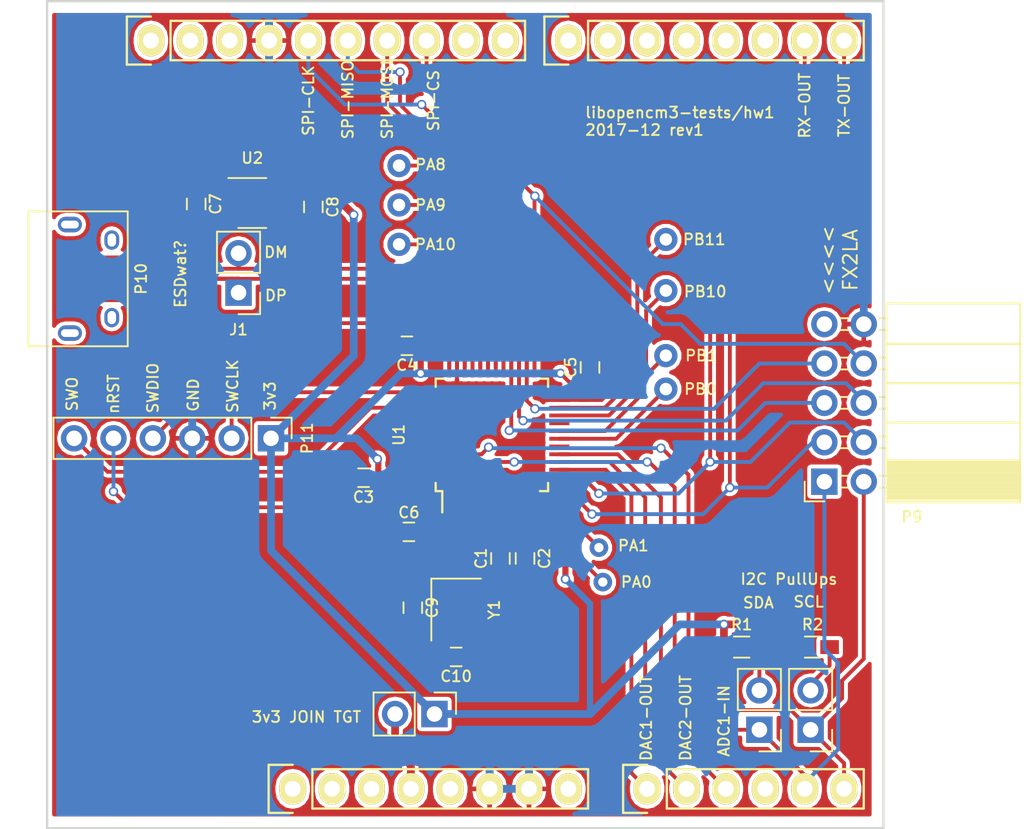
<source format=kicad_pcb>
(kicad_pcb (version 4) (host pcbnew 4.0.6)
  (title_block (title "libopencm3-test hardware") (date 2017-10-31) (rev 1))
  (layers (0 F.Cu signal) (31 B.Cu signal) (34 B.Paste user) (35 F.Paste user) (36 B.SilkS user) (37 F.SilkS user) (38 B.Mask user) (39 F.Mask user) (44 Edge.Cuts user))
  (net 0 "")
  (net 1 +5V)
  (net 2 GND)
  (net 3 +3V3)
  (net 4 /NRST)
  (net 5 /ADC_IN1)
  (net 6 /I2C_SDA)
  (net 7 /I2C_SCL)
  (net 8 /SPI_CS)
  (net 9 /SPI_MOSI)
  (net 10 /SPI_MISO)
  (net 11 /SPI_SCK)
  (net 12 /USB_DM)
  (net 13 /USB_DP)
  (net 14 "Net-(P10-Pad6)")
  (net 15 /SWCLK)
  (net 16 /SWDIO)
  (net 17 /SWO)
  (net 18 /DAC1_OUT)
  (net 19 /DAC2_OUT)
  (net 20 /UART_TX_OUT)
  (net 21 /UART_RX_OUT)
  (net 22 "Net-(JP1-Pad2)")
  (net 23 "Net-(JP2-Pad2)")
  (net 24 /VLCD)
  (net 25 "Net-(C9-Pad1)")
  (net 26 "Net-(C10-Pad1)")
  (net 27 "Net-(JP3-Pad2)")
  (net 28 "Net-(PA0-Pad1)")
  (net 29 "Net-(PA1-Pad1)")
  (net 30 "Net-(PA8-Pad1)")
  (net 31 "Net-(PA9-Pad1)")
  (net 32 "Net-(PA10-Pad1)")
  (net 33 "Net-(PB0-Pad1)")
  (net 34 "Net-(PB1-Pad1)")
  (net 35 "Net-(PB10-Pad1)")
  (net 36 "Net-(PB11-Pad1)")
  (module Socket_Arduino_Uno:Socket_Strip_Arduino_1x08 (layer F.Cu) (at 138.938 123.825)
    (fp_text reference P1 hide)
    (fp_text value Power)
    (pad 1 thru_hole oval (at 0 0) (size 1.7272 2.032) (drill 1.016) (layers *.Cu *.Mask F.SilkS))
    (pad 2 thru_hole oval (at 2.54 0) (size 1.7272 2.032) (drill 1.016) (layers *.Cu *.Mask F.SilkS))
    (pad 3 thru_hole oval (at 5.08 0) (size 1.7272 2.032) (drill 1.016) (layers *.Cu *.Mask F.SilkS))
    (pad 4 thru_hole oval (at 7.62 0) (size 1.7272 2.032) (drill 1.016) (layers *.Cu *.Mask F.SilkS) (net 27 "Net-(JP3-Pad2)"))
    (pad 5 thru_hole oval (at 10.16 0) (size 1.7272 2.032) (drill 1.016) (layers *.Cu *.Mask F.SilkS))
    (pad 6 thru_hole oval (at 12.7 0) (size 1.7272 2.032) (drill 1.016) (layers *.Cu *.Mask F.SilkS) (net 2 GND))
    (pad 7 thru_hole oval (at 15.24 0) (size 1.7272 2.032) (drill 1.016) (layers *.Cu *.Mask F.SilkS) (net 2 GND))
    (pad 8 thru_hole oval (at 17.78 0) (size 1.7272 2.032) (drill 1.016) (layers *.Cu *.Mask F.SilkS))
  )
  (module Socket_Arduino_Uno:Socket_Strip_Arduino_1x06 (layer F.Cu) (at 161.798 123.825)
    (fp_text reference P2 hide)
    (fp_text value Analog)
    (pad 1 thru_hole oval (at 0 0) (size 1.7272 2.032) (drill 1.016) (layers *.Cu *.Mask F.SilkS) (net 18 /DAC1_OUT))
    (pad 2 thru_hole oval (at 2.54 0) (size 1.7272 2.032) (drill 1.016) (layers *.Cu *.Mask F.SilkS) (net 19 /DAC2_OUT))
    (pad 3 thru_hole oval (at 5.08 0) (size 1.7272 2.032) (drill 1.016) (layers *.Cu *.Mask F.SilkS) (net 5 /ADC_IN1))
    (pad 4 thru_hole oval (at 7.62 0) (size 1.7272 2.032) (drill 1.016) (layers *.Cu *.Mask F.SilkS))
    (pad 5 thru_hole oval (at 10.16 0) (size 1.7272 2.032) (drill 1.016) (layers *.Cu *.Mask F.SilkS) (net 6 /I2C_SDA))
    (pad 6 thru_hole oval (at 12.7 0) (size 1.7272 2.032) (drill 1.016) (layers *.Cu *.Mask F.SilkS) (net 7 /I2C_SCL))
  )
  (module Socket_Arduino_Uno:Socket_Strip_Arduino_1x10 (layer F.Cu) (at 129.794 75.565)
    (fp_text reference P3 hide)
    (fp_text value Digital)
    (pad 1 thru_hole oval (at 0 0) (size 1.7272 2.032) (drill 1.016) (layers *.Cu *.Mask F.SilkS))
    (pad 2 thru_hole oval (at 2.54 0) (size 1.7272 2.032) (drill 1.016) (layers *.Cu *.Mask F.SilkS))
    (pad 3 thru_hole oval (at 5.08 0) (size 1.7272 2.032) (drill 1.016) (layers *.Cu *.Mask F.SilkS))
    (pad 4 thru_hole oval (at 7.62 0) (size 1.7272 2.032) (drill 1.016) (layers *.Cu *.Mask F.SilkS) (net 2 GND))
    (pad 5 thru_hole oval (at 10.16 0) (size 1.7272 2.032) (drill 1.016) (layers *.Cu *.Mask F.SilkS) (net 11 /SPI_SCK))
    (pad 6 thru_hole oval (at 12.7 0) (size 1.7272 2.032) (drill 1.016) (layers *.Cu *.Mask F.SilkS) (net 10 /SPI_MISO))
    (pad 7 thru_hole oval (at 15.24 0) (size 1.7272 2.032) (drill 1.016) (layers *.Cu *.Mask F.SilkS) (net 9 /SPI_MOSI))
    (pad 8 thru_hole oval (at 17.78 0) (size 1.7272 2.032) (drill 1.016) (layers *.Cu *.Mask F.SilkS) (net 8 /SPI_CS))
    (pad 9 thru_hole oval (at 20.32 0) (size 1.7272 2.032) (drill 1.016) (layers *.Cu *.Mask F.SilkS))
    (pad 10 thru_hole oval (at 22.86 0) (size 1.7272 2.032) (drill 1.016) (layers *.Cu *.Mask F.SilkS))
  )
  (module Socket_Arduino_Uno:Socket_Strip_Arduino_1x08 (layer F.Cu) (at 156.718 75.565)
    (fp_text reference P4 hide)
    (fp_text value Digital)
    (pad 1 thru_hole oval (at 0 0) (size 1.7272 2.032) (drill 1.016) (layers *.Cu *.Mask F.SilkS))
    (pad 2 thru_hole oval (at 2.54 0) (size 1.7272 2.032) (drill 1.016) (layers *.Cu *.Mask F.SilkS))
    (pad 3 thru_hole oval (at 5.08 0) (size 1.7272 2.032) (drill 1.016) (layers *.Cu *.Mask F.SilkS))
    (pad 4 thru_hole oval (at 7.62 0) (size 1.7272 2.032) (drill 1.016) (layers *.Cu *.Mask F.SilkS))
    (pad 5 thru_hole oval (at 10.16 0) (size 1.7272 2.032) (drill 1.016) (layers *.Cu *.Mask F.SilkS))
    (pad 6 thru_hole oval (at 12.7 0) (size 1.7272 2.032) (drill 1.016) (layers *.Cu *.Mask F.SilkS))
    (pad 7 thru_hole oval (at 15.24 0) (size 1.7272 2.032) (drill 1.016) (layers *.Cu *.Mask F.SilkS) (net 21 /UART_RX_OUT))
    (pad 8 thru_hole oval (at 17.78 0) (size 1.7272 2.032) (drill 1.016) (layers *.Cu *.Mask F.SilkS) (net 20 /UART_TX_OUT))
  )
  (module Capacitors_SMD:C_0603_HandSoldering (layer F.Cu) (at 152.3365 108.966 90)
    (fp_text reference C1 (at 0 -1.25 90) (layer F.SilkS) (effects (font (size 0.7 0.7) (thickness 0.12))))
    (fp_text value 100n)
    (pad 1 smd rect (at -0.95 0 90) (size 1.2 0.75) (layers F.Cu F.Paste F.Mask) (net 2 GND))
    (pad 2 smd rect (at 0.95 0 90) (size 1.2 0.75) (layers F.Cu F.Paste F.Mask) (net 4 /NRST))
  )
  (module Capacitors_SMD:C_0603_HandSoldering (layer F.Cu) (at 153.924 108.966 270)
    (fp_text reference C2 (at 0 -1.25 270) (layer F.SilkS) (effects (font (size 0.7 0.7) (thickness 0.12))))
    (fp_text value 100n)
    (pad 1 smd rect (at -0.95 0 270) (size 1.2 0.75) (layers F.Cu F.Paste F.Mask) (net 3 +3V3))
    (pad 2 smd rect (at 0.95 0 270) (size 1.2 0.75) (layers F.Cu F.Paste F.Mask) (net 2 GND))
  )
  (module Capacitors_SMD:C_0603_HandSoldering (layer F.Cu) (at 143.51 103.759 180)
    (fp_text reference C3 (at 0 -1.25 180) (layer F.SilkS) (effects (font (size 0.7 0.7) (thickness 0.12))))
    (fp_text value 100n)
    (pad 1 smd rect (at -0.95 0 180) (size 1.2 0.75) (layers F.Cu F.Paste F.Mask) (net 3 +3V3))
    (pad 2 smd rect (at 0.95 0 180) (size 1.2 0.75) (layers F.Cu F.Paste F.Mask) (net 2 GND))
  )
  (module Capacitors_SMD:C_0603_HandSoldering (layer F.Cu) (at 146.304 95.25 180)
    (fp_text reference C4 (at 0 -1.25 180) (layer F.SilkS) (effects (font (size 0.7 0.7) (thickness 0.12))))
    (fp_text value 100n)
    (pad 1 smd rect (at -0.95 0 180) (size 1.2 0.75) (layers F.Cu F.Paste F.Mask) (net 3 +3V3))
    (pad 2 smd rect (at 0.95 0 180) (size 1.2 0.75) (layers F.Cu F.Paste F.Mask) (net 2 GND))
  )
  (module Capacitors_SMD:C_0603_HandSoldering (layer F.Cu) (at 158.115 96.647 90)
    (fp_text reference C5 (at 0 -1.25 90) (layer F.SilkS) (effects (font (size 0.7 0.7) (thickness 0.12))))
    (fp_text value 100n)
    (pad 1 smd rect (at -0.95 0 90) (size 1.2 0.75) (layers F.Cu F.Paste F.Mask) (net 3 +3V3))
    (pad 2 smd rect (at 0.95 0 90) (size 1.2 0.75) (layers F.Cu F.Paste F.Mask) (net 2 GND))
  )
  (module Connectors:USB_Micro-B (layer F.Cu) (at 125.9205 90.932 270)
    (fp_text reference P10 (at 0 -3.24 270) (layer F.SilkS) (effects (font (size 0.7 0.7) (thickness 0.12))))
    (fp_text value CONTROL)
    (pad 1 smd rect (at -1.3 -1.35) (size 1.35 0.4) (layers F.Cu F.Paste F.Mask) (net 1 +5V))
    (pad 2 smd rect (at -0.65 -1.35) (size 1.35 0.4) (layers F.Cu F.Paste F.Mask) (net 12 /USB_DM))
    (pad 3 smd rect (at 0 -1.35) (size 1.35 0.4) (layers F.Cu F.Paste F.Mask) (net 13 /USB_DP))
    (pad 4 smd rect (at 0.65 -1.35) (size 1.35 0.4) (layers F.Cu F.Paste F.Mask))
    (pad 5 smd rect (at 1.3 -1.35) (size 1.35 0.4) (layers F.Cu F.Paste F.Mask) (net 2 GND))
    (pad 6 thru_hole oval (at -2.5 -1.35) (size 0.95 1.25) (drill oval 0.55 0.85) (layers *.Cu *.Mask) (net 14 "Net-(P10-Pad6)"))
    (pad 6 thru_hole oval (at 2.5 -1.35) (size 0.95 1.25) (drill oval 0.55 0.85) (layers *.Cu *.Mask) (net 14 "Net-(P10-Pad6)"))
    (pad 6 thru_hole oval (at -3.5 1.35) (size 1.55 1) (drill oval 1.15 0.5) (layers *.Cu *.Mask) (net 14 "Net-(P10-Pad6)"))
    (pad 6 thru_hole oval (at 3.5 1.35) (size 1.55 1) (drill oval 1.15 0.5) (layers *.Cu *.Mask) (net 14 "Net-(P10-Pad6)"))
  )
  (module Housings_QFP:TQFP-48_7x7mm_Pitch0.5mm (layer F.Cu) (at 151.785 100.997 90)
    (fp_text reference U1 (at 0 -6 90) (layer F.SilkS) (effects (font (size 0.7 0.7) (thickness 0.12))))
    (fp_text value STM32L151C6TxA)
    (pad 1 smd rect (at -4.35 -2.75 90) (size 1.3 0.25) (layers F.Cu F.Paste F.Mask) (net 24 /VLCD))
    (pad 2 smd rect (at -4.35 -2.25 90) (size 1.3 0.25) (layers F.Cu F.Paste F.Mask))
    (pad 3 smd rect (at -4.35 -1.75 90) (size 1.3 0.25) (layers F.Cu F.Paste F.Mask))
    (pad 4 smd rect (at -4.35 -1.25 90) (size 1.3 0.25) (layers F.Cu F.Paste F.Mask))
    (pad 5 smd rect (at -4.35 -0.75 90) (size 1.3 0.25) (layers F.Cu F.Paste F.Mask) (net 25 "Net-(C9-Pad1)"))
    (pad 6 smd rect (at -4.35 -0.25 90) (size 1.3 0.25) (layers F.Cu F.Paste F.Mask) (net 26 "Net-(C10-Pad1)"))
    (pad 7 smd rect (at -4.35 0.25 90) (size 1.3 0.25) (layers F.Cu F.Paste F.Mask) (net 4 /NRST))
    (pad 8 smd rect (at -4.35 0.75 90) (size 1.3 0.25) (layers F.Cu F.Paste F.Mask) (net 2 GND))
    (pad 9 smd rect (at -4.35 1.25 90) (size 1.3 0.25) (layers F.Cu F.Paste F.Mask) (net 3 +3V3))
    (pad 10 smd rect (at -4.35 1.75 90) (size 1.3 0.25) (layers F.Cu F.Paste F.Mask) (net 28 "Net-(PA0-Pad1)"))
    (pad 11 smd rect (at -4.35 2.25 90) (size 1.3 0.25) (layers F.Cu F.Paste F.Mask) (net 29 "Net-(PA1-Pad1)"))
    (pad 12 smd rect (at -4.35 2.75 90) (size 1.3 0.25) (layers F.Cu F.Paste F.Mask) (net 20 /UART_TX_OUT))
    (pad 13 smd rect (at -2.75 4.35 180) (size 1.3 0.25) (layers F.Cu F.Paste F.Mask) (net 21 /UART_RX_OUT))
    (pad 14 smd rect (at -2.25 4.35 180) (size 1.3 0.25) (layers F.Cu F.Paste F.Mask) (net 18 /DAC1_OUT))
    (pad 15 smd rect (at -1.75 4.35 180) (size 1.3 0.25) (layers F.Cu F.Paste F.Mask) (net 19 /DAC2_OUT))
    (pad 16 smd rect (at -1.25 4.35 180) (size 1.3 0.25) (layers F.Cu F.Paste F.Mask) (net 5 /ADC_IN1))
    (pad 17 smd rect (at -0.75 4.35 180) (size 1.3 0.25) (layers F.Cu F.Paste F.Mask))
    (pad 18 smd rect (at -0.25 4.35 180) (size 1.3 0.25) (layers F.Cu F.Paste F.Mask) (net 33 "Net-(PB0-Pad1)"))
    (pad 19 smd rect (at 0.25 4.35 180) (size 1.3 0.25) (layers F.Cu F.Paste F.Mask) (net 34 "Net-(PB1-Pad1)"))
    (pad 20 smd rect (at 0.75 4.35 180) (size 1.3 0.25) (layers F.Cu F.Paste F.Mask))
    (pad 21 smd rect (at 1.25 4.35 180) (size 1.3 0.25) (layers F.Cu F.Paste F.Mask) (net 35 "Net-(PB10-Pad1)"))
    (pad 22 smd rect (at 1.75 4.35 180) (size 1.3 0.25) (layers F.Cu F.Paste F.Mask) (net 36 "Net-(PB11-Pad1)"))
    (pad 23 smd rect (at 2.25 4.35 180) (size 1.3 0.25) (layers F.Cu F.Paste F.Mask) (net 2 GND))
    (pad 24 smd rect (at 2.75 4.35 180) (size 1.3 0.25) (layers F.Cu F.Paste F.Mask) (net 3 +3V3))
    (pad 25 smd rect (at 4.35 2.75 90) (size 1.3 0.25) (layers F.Cu F.Paste F.Mask) (net 8 /SPI_CS))
    (pad 26 smd rect (at 4.35 2.25 90) (size 1.3 0.25) (layers F.Cu F.Paste F.Mask) (net 11 /SPI_SCK))
    (pad 27 smd rect (at 4.35 1.75 90) (size 1.3 0.25) (layers F.Cu F.Paste F.Mask) (net 10 /SPI_MISO))
    (pad 28 smd rect (at 4.35 1.25 90) (size 1.3 0.25) (layers F.Cu F.Paste F.Mask) (net 9 /SPI_MOSI))
    (pad 29 smd rect (at 4.35 0.75 90) (size 1.3 0.25) (layers F.Cu F.Paste F.Mask) (net 30 "Net-(PA8-Pad1)"))
    (pad 30 smd rect (at 4.35 0.25 90) (size 1.3 0.25) (layers F.Cu F.Paste F.Mask) (net 31 "Net-(PA9-Pad1)"))
    (pad 31 smd rect (at 4.35 -0.25 90) (size 1.3 0.25) (layers F.Cu F.Paste F.Mask) (net 32 "Net-(PA10-Pad1)"))
    (pad 32 smd rect (at 4.35 -0.75 90) (size 1.3 0.25) (layers F.Cu F.Paste F.Mask) (net 12 /USB_DM))
    (pad 33 smd rect (at 4.35 -1.25 90) (size 1.3 0.25) (layers F.Cu F.Paste F.Mask) (net 13 /USB_DP))
    (pad 34 smd rect (at 4.35 -1.75 90) (size 1.3 0.25) (layers F.Cu F.Paste F.Mask) (net 16 /SWDIO))
    (pad 35 smd rect (at 4.35 -2.25 90) (size 1.3 0.25) (layers F.Cu F.Paste F.Mask) (net 2 GND))
    (pad 36 smd rect (at 4.35 -2.75 90) (size 1.3 0.25) (layers F.Cu F.Paste F.Mask) (net 3 +3V3))
    (pad 37 smd rect (at 2.75 -4.35 180) (size 1.3 0.25) (layers F.Cu F.Paste F.Mask) (net 15 /SWCLK))
    (pad 38 smd rect (at 2.25 -4.35 180) (size 1.3 0.25) (layers F.Cu F.Paste F.Mask))
    (pad 39 smd rect (at 1.75 -4.35 180) (size 1.3 0.25) (layers F.Cu F.Paste F.Mask) (net 17 /SWO))
    (pad 40 smd rect (at 1.25 -4.35 180) (size 1.3 0.25) (layers F.Cu F.Paste F.Mask))
    (pad 41 smd rect (at 0.75 -4.35 180) (size 1.3 0.25) (layers F.Cu F.Paste F.Mask))
    (pad 42 smd rect (at 0.25 -4.35 180) (size 1.3 0.25) (layers F.Cu F.Paste F.Mask))
    (pad 43 smd rect (at -0.25 -4.35 180) (size 1.3 0.25) (layers F.Cu F.Paste F.Mask))
    (pad 44 smd rect (at -0.75 -4.35 180) (size 1.3 0.25) (layers F.Cu F.Paste F.Mask) (net 2 GND))
    (pad 45 smd rect (at -1.25 -4.35 180) (size 1.3 0.25) (layers F.Cu F.Paste F.Mask) (net 7 /I2C_SCL))
    (pad 46 smd rect (at -1.75 -4.35 180) (size 1.3 0.25) (layers F.Cu F.Paste F.Mask) (net 6 /I2C_SDA))
    (pad 47 smd rect (at -2.25 -4.35 180) (size 1.3 0.25) (layers F.Cu F.Paste F.Mask) (net 2 GND))
    (pad 48 smd rect (at -2.75 -4.35 180) (size 1.3 0.25) (layers F.Cu F.Paste F.Mask) (net 3 +3V3))
  )
  (module Socket_Strips:Socket_Strip_Angled_2x05_Pitch2.54mm (layer F.Cu) (at 173.228 104.013 180)
    (fp_text reference P9 (at -5.65 -2.27 180) (layer F.SilkS) (effects (font (size 0.7 0.7) (thickness 0.12))))
    (fp_text value FX2LA)
    (pad 1 thru_hole rect (at 0 0 180) (size 1.7 1.7) (drill 1) (layers *.Cu *.Mask) (net 6 /I2C_SDA))
    (pad 2 thru_hole oval (at -2.54 0 180) (size 1.7 1.7) (drill 1) (layers *.Cu *.Mask) (net 7 /I2C_SCL))
    (pad 3 thru_hole oval (at 0 2.54 180) (size 1.7 1.7) (drill 1) (layers *.Cu *.Mask) (net 20 /UART_TX_OUT))
    (pad 4 thru_hole oval (at -2.54 2.54 180) (size 1.7 1.7) (drill 1) (layers *.Cu *.Mask) (net 21 /UART_RX_OUT))
    (pad 5 thru_hole oval (at 0 5.08 180) (size 1.7 1.7) (drill 1) (layers *.Cu *.Mask) (net 9 /SPI_MOSI))
    (pad 6 thru_hole oval (at -2.54 5.08 180) (size 1.7 1.7) (drill 1) (layers *.Cu *.Mask) (net 10 /SPI_MISO))
    (pad 7 thru_hole oval (at 0 7.62 180) (size 1.7 1.7) (drill 1) (layers *.Cu *.Mask) (net 11 /SPI_SCK))
    (pad 8 thru_hole oval (at -2.54 7.62 180) (size 1.7 1.7) (drill 1) (layers *.Cu *.Mask) (net 8 /SPI_CS))
    (pad 9 thru_hole oval (at 0 10.16 180) (size 1.7 1.7) (drill 1) (layers *.Cu *.Mask))
    (pad 10 thru_hole oval (at -2.54 10.16 180) (size 1.7 1.7) (drill 1) (layers *.Cu *.Mask) (net 2 GND))
  )
  (module TO_SOT_Packages_SMD:SOT-23-5_HandSoldering (layer F.Cu) (at 136.3345 86.0425)
    (fp_text reference U2 (at 0 -2.9) (layer F.SilkS) (effects (font (size 0.7 0.7) (thickness 0.12))))
    (fp_text value MIC550x-3.3YM5)
    (pad 1 smd rect (at -1.35 -0.95) (size 1.56 0.65) (layers F.Cu F.Paste F.Mask) (net 1 +5V))
    (pad 2 smd rect (at -1.35 0) (size 1.56 0.65) (layers F.Cu F.Paste F.Mask) (net 2 GND))
    (pad 3 smd rect (at -1.35 0.95) (size 1.56 0.65) (layers F.Cu F.Paste F.Mask) (net 1 +5V))
    (pad 4 smd rect (at 1.35 0.95) (size 1.56 0.65) (layers F.Cu F.Paste F.Mask))
    (pad 5 smd rect (at 1.35 -0.95) (size 1.56 0.65) (layers F.Cu F.Paste F.Mask) (net 3 +3V3))
  )
  (module Resistors_SMD:R_0603_HandSoldering (layer F.Cu) (at 167.894 114.681)
    (fp_text reference R1 (at 0 -1.45) (layer F.SilkS) (effects (font (size 0.7 0.7) (thickness 0.12))))
    (fp_text value 4k7)
    (pad 1 smd rect (at -1.1 0) (size 1.2 0.9) (layers F.Cu F.Paste F.Mask) (net 3 +3V3))
    (pad 2 smd rect (at 1.1 0) (size 1.2 0.9) (layers F.Cu F.Paste F.Mask) (net 22 "Net-(JP1-Pad2)"))
  )
  (module Resistors_SMD:R_0603_HandSoldering (layer F.Cu) (at 172.466 114.681)
    (fp_text reference R2 (at 0 -1.45) (layer F.SilkS) (effects (font (size 0.7 0.7) (thickness 0.12))))
    (fp_text value 4k7)
    (pad 1 smd rect (at -1.1 0) (size 1.2 0.9) (layers F.Cu F.Paste F.Mask) (net 3 +3V3))
    (pad 2 smd rect (at 1.1 0) (size 1.2 0.9) (layers F.Cu F.Paste F.Mask) (net 23 "Net-(JP2-Pad2)"))
  )
  (module Capacitors_SMD:C_0603_HandSoldering (layer F.Cu) (at 146.4335 107.2515)
    (fp_text reference C6 (at 0 -1.25) (layer F.SilkS) (effects (font (size 0.7 0.7) (thickness 0.12))))
    (fp_text value 100n)
    (pad 1 smd rect (at -0.95 0) (size 1.2 0.75) (layers F.Cu F.Paste F.Mask) (net 2 GND))
    (pad 2 smd rect (at 0.95 0) (size 1.2 0.75) (layers F.Cu F.Paste F.Mask) (net 24 /VLCD))
  )
  (module Capacitors_SMD:C_0603_HandSoldering (layer F.Cu) (at 132.715 86.106 270)
    (fp_text reference C7 (at 0 -1.25 270) (layer F.SilkS) (effects (font (size 0.7 0.7) (thickness 0.12))))
    (fp_text value 1u)
    (pad 1 smd rect (at -0.95 0 270) (size 1.2 0.75) (layers F.Cu F.Paste F.Mask) (net 1 +5V))
    (pad 2 smd rect (at 0.95 0 270) (size 1.2 0.75) (layers F.Cu F.Paste F.Mask) (net 2 GND))
  )
  (module Capacitors_SMD:C_0603_HandSoldering (layer F.Cu) (at 140.2715 86.2965 270)
    (fp_text reference C8 (at 0 -1.25 270) (layer F.SilkS) (effects (font (size 0.7 0.7) (thickness 0.12))))
    (fp_text value 1u)
    (pad 1 smd rect (at -0.95 0 270) (size 1.2 0.75) (layers F.Cu F.Paste F.Mask) (net 3 +3V3))
    (pad 2 smd rect (at 0.95 0 270) (size 1.2 0.75) (layers F.Cu F.Paste F.Mask) (net 2 GND))
  )
  (module Capacitors_SMD:C_0603_HandSoldering (layer F.Cu) (at 146.685 112.141 270)
    (fp_text reference C9 (at 0 -1.25 270) (layer F.SilkS) (effects (font (size 0.7 0.7) (thickness 0.12))))
    (fp_text value 18pf)
    (pad 1 smd rect (at -0.95 0 270) (size 1.2 0.75) (layers F.Cu F.Paste F.Mask) (net 25 "Net-(C9-Pad1)"))
    (pad 2 smd rect (at 0.95 0 270) (size 1.2 0.75) (layers F.Cu F.Paste F.Mask) (net 2 GND))
  )
  (module Capacitors_SMD:C_0603_HandSoldering (layer F.Cu) (at 149.479 115.316 180)
    (fp_text reference C10 (at 0 -1.25 180) (layer F.SilkS) (effects (font (size 0.7 0.7) (thickness 0.12))))
    (fp_text value 18pf)
    (pad 1 smd rect (at -0.95 0 180) (size 1.2 0.75) (layers F.Cu F.Paste F.Mask) (net 26 "Net-(C10-Pad1)"))
    (pad 2 smd rect (at 0.95 0 180) (size 1.2 0.75) (layers F.Cu F.Paste F.Mask) (net 2 GND))
  )
  (module Crystals:Crystal_SMD_SeikoEpson_FA238-4pin_3.2x2.5mm (layer F.Cu) (at 149.479 112.268 270)
    (fp_text reference Y1 (at 0 -2.45 270) (layer F.SilkS) (effects (font (size 0.7 0.7) (thickness 0.12))))
    (fp_text value Crystal_GND24_Small)
    (pad 1 smd rect (at -1.1 0.8 270) (size 1.4 1.2) (layers F.Cu F.Mask) (net 25 "Net-(C9-Pad1)"))
    (pad 2 smd rect (at 1.1 0.8 270) (size 1.4 1.2) (layers F.Cu F.Mask))
    (pad 3 smd rect (at 1.1 -0.8 270) (size 1.4 1.2) (layers F.Cu F.Mask) (net 26 "Net-(C10-Pad1)"))
    (pad 4 smd rect (at -1.1 -0.8 270) (size 1.4 1.2) (layers F.Cu F.Mask))
  )
  (module Measurement_Points:Measurement_Point_Round-TH_Small (layer F.Cu) (at 163.0045 98.044)
    (fp_text reference PB0 (at 2.2225 0) (layer F.SilkS) (effects (font (size 0.7 0.7) (thickness 0.12))))
    (fp_text value TEST_1P)
    (pad 1 thru_hole circle (at 0 0) (size 1.5 1.5) (drill 0.8) (layers *.Cu *.Mask) (net 33 "Net-(PB0-Pad1)"))
  )
  (module Measurement_Points:Measurement_Point_Round-TH_Small (layer F.Cu) (at 163.0045 91.694)
    (fp_text reference PB10 (at 2.54 0.0635) (layer F.SilkS) (effects (font (size 0.7 0.7) (thickness 0.12))))
    (fp_text value TEST_1P)
    (pad 1 thru_hole circle (at 0 0) (size 1.5 1.5) (drill 0.8) (layers *.Cu *.Mask) (net 35 "Net-(PB10-Pad1)"))
  )
  (module Measurement_Points:Measurement_Point_Round-TH_Small (layer F.Cu) (at 145.796 83.6295)
    (fp_text reference PA8 (at 2.032 -0.0635) (layer F.SilkS) (effects (font (size 0.7 0.7) (thickness 0.12))))
    (fp_text value TEST_1P)
    (pad 1 thru_hole circle (at 0 0) (size 1.5 1.5) (drill 0.8) (layers *.Cu *.Mask) (net 30 "Net-(PA8-Pad1)"))
  )
  (module Measurement_Points:Measurement_Point_Round-TH_Small (layer F.Cu) (at 163.0045 88.392)
    (fp_text reference PB11 (at 2.4765 0) (layer F.SilkS) (effects (font (size 0.7 0.7) (thickness 0.12))))
    (fp_text value TEST_1P)
    (pad 1 thru_hole circle (at 0 0) (size 1.5 1.5) (drill 0.8) (layers *.Cu *.Mask) (net 36 "Net-(PB11-Pad1)"))
  )
  (module Measurement_Points:Measurement_Point_Round-TH_Small (layer F.Cu) (at 145.796 86.1695)
    (fp_text reference PA9 (at 2.032 0) (layer F.SilkS) (effects (font (size 0.7 0.7) (thickness 0.12))))
    (fp_text value TEST_1P)
    (pad 1 thru_hole circle (at 0 0) (size 1.5 1.5) (drill 0.8) (layers *.Cu *.Mask) (net 31 "Net-(PA9-Pad1)"))
  )
  (module Measurement_Points:Measurement_Point_Round-TH_Small (layer F.Cu) (at 145.796 88.7095)
    (fp_text reference PA10 (at 2.3495 0) (layer F.SilkS) (effects (font (size 0.7 0.7) (thickness 0.12))))
    (fp_text value TEST_1P)
    (pad 1 thru_hole circle (at 0 0) (size 1.5 1.5) (drill 0.8) (layers *.Cu *.Mask) (net 32 "Net-(PA10-Pad1)"))
  )
  (module Pin_Headers:Pin_Header_Straight_1x02_Pitch2.54mm (layer F.Cu) (at 135.4455 91.821 180)
    (fp_text reference J1 (at 0 -2.39 180) (layer F.SilkS) (effects (font (size 0.7 0.7) (thickness 0.12))))
    (fp_text value CONN_01X02)
    (pad 1 thru_hole rect (at 0 0 180) (size 1.7 1.7) (drill 1) (layers *.Cu *.Mask) (net 13 /USB_DP))
    (pad 2 thru_hole oval (at 0 2.54 180) (size 1.7 1.7) (drill 1) (layers *.Cu *.Mask) (net 12 /USB_DM))
  )
  (module Measurement_Points:Measurement_Point_Round-TH_Small (layer F.Cu) (at 163.0045 95.885 180)
    (fp_text reference PB1 (at -2.286 0 180) (layer F.SilkS) (effects (font (size 0.7 0.7) (thickness 0.12))))
    (fp_text value TEST_1P)
    (pad 1 thru_hole circle (at 0 0 180) (size 1.5 1.5) (drill 0.8) (layers *.Cu *.Mask) (net 34 "Net-(PB1-Pad1)"))
  )
  (module Measurement_Points:Measurement_Point_Round-TH_Small (layer F.Cu) (at 158.9405 110.49)
    (fp_text reference PA0 (at 2.159 0) (layer F.SilkS) (effects (font (size 0.7 0.7) (thickness 0.12))))
    (fp_text value TEST_1P)
    (pad 1 thru_hole circle (at 0 0) (size 1.2 1.2) (drill 0.6) (layers *.Cu *.Mask) (net 28 "Net-(PA0-Pad1)"))
  )
  (module Measurement_Points:Measurement_Point_Round-TH_Small (layer F.Cu) (at 158.6865 108.2675)
    (fp_text reference PA1 (at 2.2225 -0.127) (layer F.SilkS) (effects (font (size 0.7 0.7) (thickness 0.12))))
    (fp_text value TEST_1P)
    (pad 1 thru_hole circle (at 0 0) (size 1.2 1.2) (drill 0.6) (layers *.Cu *.Mask) (net 29 "Net-(PA1-Pad1)"))
  )
  (module Pin_Headers:Pin_Header_Straight_1x02_Pitch2.54mm (layer F.Cu) (at 169.037 120.015 180)
    (fp_text reference JP1 hide)
    (fp_text value Jumper_NC_Small)
    (pad 1 thru_hole rect (at 0 0 180) (size 1.7 1.7) (drill 1) (layers *.Cu *.Mask) (net 6 /I2C_SDA))
    (pad 2 thru_hole oval (at 0 2.54 180) (size 1.7 1.7) (drill 1) (layers *.Cu *.Mask) (net 22 "Net-(JP1-Pad2)"))
  )
  (module Pin_Headers:Pin_Header_Straight_1x02_Pitch2.54mm (layer F.Cu) (at 172.339 120.015 180)
    (fp_text reference JP2 hide)
    (fp_text value Jumper_NC_Small)
    (pad 1 thru_hole rect (at 0 0 180) (size 1.7 1.7) (drill 1) (layers *.Cu *.Mask) (net 7 /I2C_SCL))
    (pad 2 thru_hole oval (at 0 2.54 180) (size 1.7 1.7) (drill 1) (layers *.Cu *.Mask) (net 23 "Net-(JP2-Pad2)"))
  )
  (module Pin_Headers:Pin_Header_Straight_1x02_Pitch2.54mm (layer F.Cu) (at 148.082 118.999 270)
    (fp_text reference JP3 hide)
    (fp_text value Jumper_NC_Small)
    (pad 1 thru_hole rect (at 0 0 270) (size 1.7 1.7) (drill 1) (layers *.Cu *.Mask) (net 3 +3V3))
    (pad 2 thru_hole oval (at 0 2.54 270) (size 1.7 1.7) (drill 1) (layers *.Cu *.Mask) (net 27 "Net-(JP3-Pad2)"))
  )
  (module Socket_Strips:Socket_Strip_Straight_1x06_Pitch2.54mm (layer F.Cu) (at 137.541 101.219 270)
    (fp_text reference P11 (at 0 -2.33 270) (layer F.SilkS) (effects (font (size 0.7 0.7) (thickness 0.12))))
    (fp_text value CONN_01X06)
    (pad 1 thru_hole rect (at 0 0 270) (size 1.7 1.7) (drill 1) (layers *.Cu *.Mask) (net 3 +3V3))
    (pad 2 thru_hole oval (at 0 2.54 270) (size 1.7 1.7) (drill 1) (layers *.Cu *.Mask) (net 15 /SWCLK))
    (pad 3 thru_hole oval (at 0 5.08 270) (size 1.7 1.7) (drill 1) (layers *.Cu *.Mask) (net 2 GND))
    (pad 4 thru_hole oval (at 0 7.62 270) (size 1.7 1.7) (drill 1) (layers *.Cu *.Mask) (net 16 /SWDIO))
    (pad 5 thru_hole oval (at 0 10.16 270) (size 1.7 1.7) (drill 1) (layers *.Cu *.Mask) (net 4 /NRST))
    (pad 6 thru_hole oval (at 0 12.7 270) (size 1.7 1.7) (drill 1) (layers *.Cu *.Mask) (net 17 /SWO))
  )
  (gr_text "libopencm3-tests/hw1\n2017-12 rev1" (at 157.734 80.772) (layer F.SilkS) (effects (font (size 0.7 0.7) (thickness 0.12)) (justify left)))
  (gr_text ADC1-IN (at 166.751 119.4435 90) (layer F.SilkS) (effects (font (size 0.7 0.7) (thickness 0.12))))
  (gr_text DAC2-OUT (at 164.2745 119.253 90) (layer F.SilkS) (effects (font (size 0.7 0.7) (thickness 0.12))))
  (gr_text DAC1-OUT (at 161.7345 119.253 90) (layer F.SilkS) (effects (font (size 0.7 0.7) (thickness 0.12))))
  (gr_text SPI-CLK (at 139.954 79.4385 90) (layer F.SilkS) (effects (font (size 0.7 0.7) (thickness 0.12))))
  (gr_text SPI-MISO (at 142.494 79.375 90) (layer F.SilkS) (effects (font (size 0.7 0.7) (thickness 0.12))))
  (gr_text SPI-MOSI (at 145.034 79.375 90) (layer F.SilkS) (effects (font (size 0.7 0.7) (thickness 0.12))))
  (gr_text SPI-CS (at 148.0185 79.4385 90) (layer F.SilkS) (effects (font (size 0.7 0.7) (thickness 0.12))))
  (gr_text TX-OUT (at 174.498 79.756 90) (layer F.SilkS) (effects (font (size 0.7 0.7) (thickness 0.12))))
  (gr_text RX-OUT (at 171.958 79.756 90) (layer F.SilkS) (effects (font (size 0.7 0.7) (thickness 0.12))))
  (gr_text "<<<<\nFX2LA" (at 174.1805 89.7255 90) (layer F.SilkS) (effects (font (size 0.9 0.9) (thickness 0.12))))
  (gr_text 3v3 (at 137.4775 98.4885 90) (layer F.SilkS) (effects (font (size 0.7 0.7) (thickness 0.12))))
  (gr_text SWCLK (at 135.0645 97.8535 90) (layer F.SilkS) (effects (font (size 0.7 0.7) (thickness 0.12))))
  (gr_text GND (at 132.5245 98.425 90) (layer F.SilkS) (effects (font (size 0.7 0.7) (thickness 0.12))))
  (gr_text SWDIO (at 129.921 97.9805 90) (layer F.SilkS) (effects (font (size 0.7 0.7) (thickness 0.12))))
  (gr_text nRST (at 127.381 98.3615 90) (layer F.SilkS) (effects (font (size 0.7 0.7) (thickness 0.12))))
  (gr_text SWO (at 124.714 98.3615 90) (layer F.SilkS) (effects (font (size 0.7 0.7) (thickness 0.12))))
  (gr_text "I2C PullUps" (at 170.942 110.2995) (layer F.SilkS) (effects (font (size 0.7 0.7) (thickness 0.12))))
  (gr_text SCL (at 172.212 111.76) (layer F.SilkS) (effects (font (size 0.7 0.7) (thickness 0.12))))
  (gr_text SDA (at 168.9735 111.8235) (layer F.SilkS) (effects (font (size 0.7 0.7) (thickness 0.12))))
  (gr_text "3v3 JOIN TGT" (at 139.827 119.1895) (layer F.SilkS) (effects (font (size 0.7 0.7) (thickness 0.12))))
  (gr_text DP (at 137.8585 92.0115) (layer F.SilkS) (effects (font (size 0.7 0.7) (thickness 0.12))))
  (gr_text DM (at 137.8585 89.2175) (layer F.SilkS) (effects (font (size 0.7 0.7) (thickness 0.12))))
  (gr_text ESDwat? (at 131.699 90.6145 90) (layer F.SilkS) (effects (font (size 0.7 0.7) (thickness 0.12))))
  (gr_line (start 177.038 126.365) (end 177.038 73.025) (angle 90) (layer Edge.Cuts) (width 0.15))
  (gr_line (start 123.1 126.365) (end 177.038 126.365) (angle 90) (layer Edge.Cuts) (width 0.15))
  (gr_line (start 123.1 73.025) (end 123.1 126.365) (angle 90) (layer Edge.Cuts) (width 0.15))
  (gr_line (start 177.038 73.025) (end 123.1 73.025) (angle 90) (layer Edge.Cuts) (width 0.15))
  (segment (start 134.9845 85.0925) (end 135.956 85.0925) (width 0.25) (layer F.Cu) (net 1))
  (segment (start 135.7655 86.9925) (end 134.9845 86.9925) (width 0.25) (layer F.Cu) (net 1))
  (segment (start 136.3345 86.4235) (end 135.7655 86.9925) (width 0.25) (layer F.Cu) (net 1))
  (segment (start 136.3345 85.471) (end 136.3345 86.4235) (width 0.25) (layer F.Cu) (net 1))
  (segment (start 135.956 85.0925) (end 136.3345 85.471) (width 0.25) (layer F.Cu) (net 1))
  (segment (start 134.9845 85.0925) (end 132.7785 85.0925) (width 0.4) (layer F.Cu) (net 1))
  (segment (start 132.7785 85.0925) (end 132.715 85.156) (width 0.4) (layer F.Cu) (net 1))
  (segment (start 127.2705 89.632) (end 129.316 89.632) (width 0.4) (layer F.Cu) (net 1))
  (segment (start 131.633 85.156) (end 132.715 85.156) (width 0.4) (layer F.Cu) (net 1))
  (segment (start 131.064 85.725) (end 131.633 85.156) (width 0.4) (layer F.Cu) (net 1))
  (segment (start 131.064 87.884) (end 131.064 85.725) (width 0.4) (layer F.Cu) (net 1))
  (segment (start 129.316 89.632) (end 131.064 87.884) (width 0.4) (layer F.Cu) (net 1))
  (segment (start 152.535 105.347) (end 152.535 104.148) (width 0.25) (layer F.Cu) (net 2))
  (segment (start 152.535 104.148) (end 152.527 104.14) (width 0.25) (layer F.Cu) (net 2))
  (segment (start 146.3635 103.247) (end 145.9865 102.87) (width 0.25) (layer F.Cu) (net 2))
  (segment (start 147.435 103.247) (end 146.3635 103.247) (width 0.25) (layer F.Cu) (net 2))
  (segment (start 149.535 95.2425) (end 149.225 94.9325) (width 0.25) (layer F.Cu) (net 2))
  (segment (start 149.535 96.647) (end 149.535 95.2425) (width 0.25) (layer F.Cu) (net 2))
  (segment (start 156.7905 98.7425) (end 157.861 98.7425) (width 0.25) (layer F.Cu) (net 2))
  (segment (start 156.135 98.747) (end 156.786 98.747) (width 0.25) (layer F.Cu) (net 2))
  (segment (start 156.786 98.747) (end 156.7905 98.7425) (width 0.25) (layer F.Cu) (net 2))
  (segment (start 147.435 101.747) (end 146.0065 101.747) (width 0.25) (layer F.Cu) (net 2))
  (segment (start 146.0065 101.747) (end 145.161 100.9015) (width 0.25) (layer F.Cu) (net 2))
  (segment (start 142.875 86.8045) (end 142.875 95.885) (width 0.5) (layer B.Cu) (net 3))
  (via (at 142.875 86.8045) (size 0.6) (drill 0.4) (layers F.Cu B.Cu) (net 3))
  (segment (start 141.417 85.3465) (end 142.875 86.8045) (width 0.5) (layer F.Cu) (net 3))
  (segment (start 140.2715 85.3465) (end 141.417 85.3465) (width 0.5) (layer F.Cu) (net 3))
  (segment (start 142.875 95.885) (end 137.541 101.219) (width 0.5) (layer B.Cu) (net 3))
  (segment (start 153.924 108.016) (end 155.1965 108.016) (width 0.4) (layer F.Cu) (net 3))
  (segment (start 158.115 111.887) (end 158.115 118.999) (width 0.4) (layer B.Cu) (net 3))
  (segment (start 156.5275 110.2995) (end 158.115 111.887) (width 0.4) (layer B.Cu) (net 3))
  (via (at 156.5275 110.2995) (size 0.6) (drill 0.4) (layers F.Cu B.Cu) (net 3))
  (segment (start 156.5275 109.347) (end 156.5275 110.2995) (width 0.4) (layer F.Cu) (net 3))
  (segment (start 155.1965 108.016) (end 156.5275 109.347) (width 0.4) (layer F.Cu) (net 3))
  (segment (start 147.254 95.25) (end 147.193 95.311) (width 0.4) (layer F.Cu) (net 3))
  (segment (start 147.193 95.311) (end 147.193 97.028) (width 0.4) (layer F.Cu) (net 3))
  (via (at 147.193 97.028) (size 0.6) (drill 0.4) (layers F.Cu B.Cu) (net 3))
  (segment (start 147.193 97.028) (end 146.939 97.028) (width 0.4) (layer B.Cu) (net 3))
  (segment (start 137.6845 85.0925) (end 140.0175 85.0925) (width 0.5) (layer F.Cu) (net 3))
  (segment (start 140.0175 85.0925) (end 140.2715 85.3465) (width 0.5) (layer F.Cu) (net 3))
  (segment (start 171.366 114.681) (end 169.9055 113.2205) (width 0.5) (layer F.Cu) (net 3))
  (segment (start 169.9055 113.2205) (end 166.751 113.2205) (width 0.5) (layer F.Cu) (net 3))
  (segment (start 158.115 118.999) (end 163.8935 113.2205) (width 0.5) (layer B.Cu) (net 3))
  (via (at 166.751 113.2205) (size 0.6) (drill 0.4) (layers F.Cu B.Cu) (net 3))
  (segment (start 163.8935 113.2205) (end 166.751 113.2205) (width 0.5) (layer B.Cu) (net 3))
  (segment (start 137.541 108.458) (end 148.082 118.999) (width 0.5) (layer B.Cu) (net 3))
  (segment (start 137.541 101.219) (end 137.541 108.458) (width 0.5) (layer B.Cu) (net 3))
  (segment (start 148.082 118.999) (end 158.115 118.999) (width 0.5) (layer B.Cu) (net 3))
  (segment (start 166.751 113.2205) (end 166.751 114.638) (width 0.5) (layer F.Cu) (net 3))
  (segment (start 166.751 114.638) (end 166.794 114.681) (width 0.5) (layer F.Cu) (net 3))
  (segment (start 156.21 97.028) (end 156.779 97.597) (width 0.25) (layer F.Cu) (net 3))
  (segment (start 146.939 97.028) (end 156.21 97.028) (width 0.5) (layer B.Cu) (net 3))
  (via (at 156.21 97.028) (size 0.6) (drill 0.4) (layers F.Cu B.Cu) (net 3))
  (segment (start 156.779 97.597) (end 158.115 97.597) (width 0.25) (layer F.Cu) (net 3))
  (segment (start 156.135 98.247) (end 157.465 98.247) (width 0.25) (layer F.Cu) (net 3))
  (segment (start 157.465 98.247) (end 158.115 97.597) (width 0.25) (layer F.Cu) (net 3))
  (segment (start 146.939 97.028) (end 145.923 97.028) (width 0.5) (layer B.Cu) (net 3))
  (segment (start 144.46 102.6135) (end 144.46 103.759) (width 0.4) (layer F.Cu) (net 3))
  (segment (start 144.399 102.5525) (end 144.46 102.6135) (width 0.4) (layer F.Cu) (net 3))
  (via (at 144.399 102.5525) (size 0.6) (drill 0.4) (layers F.Cu B.Cu) (net 3))
  (segment (start 140.1445 85.2195) (end 140.2715 85.3465) (width 0.4) (layer F.Cu) (net 3))
  (segment (start 149.035 96.647) (end 149.035 95.949) (width 0.25) (layer F.Cu) (net 3))
  (segment (start 148.336 95.25) (end 147.254 95.25) (width 0.25) (layer F.Cu) (net 3))
  (segment (start 149.035 95.949) (end 148.336 95.25) (width 0.25) (layer F.Cu) (net 3))
  (segment (start 147.435 103.747) (end 144.472 103.747) (width 0.25) (layer F.Cu) (net 3))
  (segment (start 144.472 103.747) (end 144.46 103.759) (width 0.25) (layer F.Cu) (net 3))
  (segment (start 153.035 105.347) (end 153.035 106.934) (width 0.25) (layer F.Cu) (net 3))
  (segment (start 153.924 107.823) (end 153.924 108.016) (width 0.25) (layer F.Cu) (net 3))
  (segment (start 153.035 106.934) (end 153.924 107.823) (width 0.25) (layer F.Cu) (net 3))
  (segment (start 147.425 95.079) (end 147.254 95.25) (width 0.25) (layer F.Cu) (net 3))
  (segment (start 144.48 103.739) (end 144.46 103.759) (width 0.25) (layer F.Cu) (net 3))
  (segment (start 143.0655 101.219) (end 144.399 102.5525) (width 0.5) (layer B.Cu) (net 3))
  (segment (start 141.732 101.219) (end 140.3985 101.219) (width 0.5) (layer B.Cu) (net 3))
  (segment (start 145.923 97.028) (end 141.732 101.219) (width 0.5) (layer B.Cu) (net 3))
  (segment (start 140.3985 101.219) (end 143.0655 101.219) (width 0.5) (layer B.Cu) (net 3))
  (segment (start 137.541 101.219) (end 140.3985 101.219) (width 0.5) (layer B.Cu) (net 3))
  (segment (start 152.035 105.347) (end 152.035 107.7145) (width 0.25) (layer F.Cu) (net 4))
  (segment (start 152.035 107.7145) (end 152.3365 108.016) (width 0.25) (layer F.Cu) (net 4))
  (segment (start 152.035 105.347) (end 152.035 104.156) (width 0.25) (layer F.Cu) (net 4))
  (segment (start 128.397 105.664) (end 127.381 104.648) (width 0.25) (layer F.Cu) (net 4))
  (segment (start 147.193 105.664) (end 128.397 105.664) (width 0.25) (layer F.Cu) (net 4))
  (segment (start 148.971 103.886) (end 147.193 105.664) (width 0.25) (layer F.Cu) (net 4))
  (segment (start 151.765 103.886) (end 148.971 103.886) (width 0.25) (layer F.Cu) (net 4))
  (segment (start 152.035 104.156) (end 151.765 103.886) (width 0.25) (layer F.Cu) (net 4))
  (segment (start 127.381 101.219) (end 127.381 104.648) (width 0.25) (layer B.Cu) (net 4))
  (via (at 127.381 104.648) (size 0.6) (drill 0.4) (layers F.Cu B.Cu) (net 4))
  (segment (start 166.878 123.825) (end 162.687 119.634) (width 0.25) (layer F.Cu) (net 5))
  (segment (start 159.905 102.247) (end 156.135 102.247) (width 0.25) (layer F.Cu) (net 5))
  (segment (start 162.687 105.029) (end 159.905 102.247) (width 0.25) (layer F.Cu) (net 5))
  (segment (start 162.687 119.634) (end 162.687 105.029) (width 0.25) (layer F.Cu) (net 5))
  (segment (start 147.435 102.747) (end 151.507 102.747) (width 0.25) (layer F.Cu) (net 6))
  (segment (start 151.511 102.743) (end 151.507 102.747) (width 0.25) (layer F.Cu) (net 6))
  (segment (start 153.2255 102.743) (end 151.511 102.743) (width 0.25) (layer F.Cu) (net 6))
  (via (at 153.2255 102.743) (size 0.6) (drill 0.4) (layers F.Cu B.Cu) (net 6))
  (segment (start 161.798 102.743) (end 153.2255 102.743) (width 0.25) (layer B.Cu) (net 6))
  (via (at 161.798 102.743) (size 0.6) (drill 0.4) (layers F.Cu B.Cu) (net 6))
  (segment (start 161.925 102.743) (end 161.798 102.743) (width 0.25) (layer F.Cu) (net 6))
  (segment (start 173.228 104.013) (end 173.228 114.808) (width 0.25) (layer B.Cu) (net 6))
  (segment (start 174.117 121.285) (end 171.958 123.444) (width 0.25) (layer B.Cu) (net 6))
  (segment (start 174.117 115.697) (end 174.117 121.285) (width 0.25) (layer B.Cu) (net 6))
  (segment (start 173.228 114.808) (end 174.117 115.697) (width 0.25) (layer B.Cu) (net 6))
  (segment (start 171.958 123.444) (end 171.958 123.825) (width 0.25) (layer B.Cu) (net 6))
  (segment (start 171.958 123.825) (end 171.958 122.936) (width 0.25) (layer F.Cu) (net 6))
  (segment (start 171.958 122.936) (end 169.037 120.015) (width 0.25) (layer F.Cu) (net 6))
  (segment (start 163.576 104.394) (end 161.925 102.743) (width 0.25) (layer F.Cu) (net 6))
  (segment (start 163.576 117.2845) (end 163.576 104.394) (width 0.25) (layer F.Cu) (net 6))
  (segment (start 166.3065 120.015) (end 163.576 117.2845) (width 0.25) (layer F.Cu) (net 6))
  (segment (start 166.3065 120.015) (end 169.037 120.015) (width 0.25) (layer F.Cu) (net 6))
  (segment (start 147.435 102.247) (end 149.6575 102.247) (width 0.25) (layer F.Cu) (net 7))
  (segment (start 151.118 102.247) (end 149.6575 102.247) (width 0.25) (layer F.Cu) (net 7))
  (segment (start 151.5745 101.7905) (end 151.118 102.247) (width 0.25) (layer F.Cu) (net 7))
  (via (at 151.5745 101.7905) (size 0.6) (drill 0.4) (layers F.Cu B.Cu) (net 7))
  (segment (start 151.638 101.854) (end 151.5745 101.7905) (width 0.25) (layer B.Cu) (net 7))
  (segment (start 162.687 101.854) (end 151.638 101.854) (width 0.25) (layer B.Cu) (net 7))
  (via (at 162.687 101.854) (size 0.6) (drill 0.4) (layers F.Cu B.Cu) (net 7))
  (segment (start 162.7505 101.854) (end 162.687 101.854) (width 0.25) (layer F.Cu) (net 7))
  (segment (start 175.768 104.013) (end 175.768 115.443) (width 0.25) (layer F.Cu) (net 7))
  (segment (start 175.768 115.443) (end 174.371 116.84) (width 0.25) (layer F.Cu) (net 7))
  (segment (start 174.498 123.825) (end 174.498 122.174) (width 0.25) (layer F.Cu) (net 7))
  (segment (start 164.465 103.5685) (end 162.7505 101.854) (width 0.25) (layer F.Cu) (net 7))
  (segment (start 171.069 118.745) (end 167.1955 118.745) (width 0.25) (layer F.Cu) (net 7))
  (segment (start 167.1955 118.745) (end 164.465 116.0145) (width 0.25) (layer F.Cu) (net 7))
  (segment (start 164.465 116.0145) (end 164.465 103.5685) (width 0.25) (layer F.Cu) (net 7))
  (segment (start 171.069 118.745) (end 172.339 120.015) (width 0.25) (layer F.Cu) (net 7))
  (segment (start 174.371 117.983) (end 172.339 120.015) (width 0.25) (layer F.Cu) (net 7))
  (segment (start 174.371 116.84) (end 174.371 117.983) (width 0.25) (layer F.Cu) (net 7))
  (segment (start 174.498 122.174) (end 172.339 120.015) (width 0.25) (layer F.Cu) (net 7))
  (via (at 154.559 85.598) (size 0.6) (drill 0.4) (layers F.Cu B.Cu) (net 8))
  (segment (start 165.227 95.123) (end 163.957 93.853) (width 0.25) (layer B.Cu) (net 8))
  (segment (start 163.957 93.853) (end 162.814 93.853) (width 0.25) (layer B.Cu) (net 8))
  (segment (start 162.814 93.853) (end 154.559 85.598) (width 0.25) (layer B.Cu) (net 8))
  (segment (start 175.768 96.393) (end 174.498 95.123) (width 0.25) (layer B.Cu) (net 8))
  (segment (start 174.498 95.123) (end 169.2275 95.123) (width 0.25) (layer B.Cu) (net 8))
  (segment (start 169.2275 95.123) (end 165.227 95.123) (width 0.25) (layer B.Cu) (net 8))
  (segment (start 154.559 85.598) (end 154.535 85.574) (width 0.25) (layer F.Cu) (net 8))
  (segment (start 147.574 75.565) (end 147.574 78.613) (width 0.25) (layer F.Cu) (net 8))
  (segment (start 154.535 85.574) (end 151.511 82.55) (width 0.25) (layer F.Cu) (net 8))
  (segment (start 154.535 85.574) (end 154.535 96.647) (width 0.25) (layer F.Cu) (net 8))
  (segment (start 147.574 78.613) (end 151.511 82.55) (width 0.25) (layer F.Cu) (net 8))
  (segment (start 145.034 75.565) (end 145.034 79.5655) (width 0.25) (layer F.Cu) (net 9))
  (segment (start 153.035 87.5665) (end 153.035 96.647) (width 0.25) (layer F.Cu) (net 9))
  (segment (start 145.034 79.5655) (end 153.035 87.5665) (width 0.25) (layer F.Cu) (net 9))
  (segment (start 173.228 98.933) (end 169.418 98.933) (width 0.25) (layer B.Cu) (net 9))
  (segment (start 153.035 100.584) (end 153.035 96.647) (width 0.25) (layer F.Cu) (net 9))
  (segment (start 152.908 100.711) (end 153.035 100.584) (width 0.25) (layer F.Cu) (net 9))
  (via (at 152.908 100.711) (size 0.6) (drill 0.4) (layers F.Cu B.Cu) (net 9))
  (segment (start 167.64 100.711) (end 152.908 100.711) (width 0.25) (layer B.Cu) (net 9))
  (segment (start 169.418 98.933) (end 167.64 100.711) (width 0.25) (layer B.Cu) (net 9))
  (segment (start 153.535 96.647) (end 153.535 87.368) (width 0.25) (layer F.Cu) (net 10))
  (segment (start 142.494 76.8985) (end 142.494 75.565) (width 0.25) (layer B.Cu) (net 10))
  (segment (start 143.1925 77.597) (end 142.494 76.8985) (width 0.25) (layer B.Cu) (net 10))
  (segment (start 145.8595 77.597) (end 143.1925 77.597) (width 0.25) (layer B.Cu) (net 10))
  (via (at 145.8595 77.597) (size 0.6) (drill 0.4) (layers F.Cu B.Cu) (net 10))
  (segment (start 145.8595 79.6925) (end 145.8595 77.597) (width 0.25) (layer F.Cu) (net 10))
  (segment (start 153.535 87.368) (end 145.8595 79.6925) (width 0.25) (layer F.Cu) (net 10))
  (segment (start 175.768 98.933) (end 175.768 98.806) (width 0.25) (layer B.Cu) (net 10))
  (segment (start 175.768 98.806) (end 174.625 97.663) (width 0.25) (layer B.Cu) (net 10))
  (segment (start 174.625 97.663) (end 169.291 97.663) (width 0.25) (layer B.Cu) (net 10))
  (segment (start 169.291 97.663) (end 166.878 100.076) (width 0.25) (layer B.Cu) (net 10))
  (segment (start 166.878 100.076) (end 153.797 100.076) (width 0.25) (layer B.Cu) (net 10))
  (via (at 153.797 100.076) (size 0.6) (drill 0.4) (layers F.Cu B.Cu) (net 10))
  (segment (start 153.797 100.076) (end 153.535 99.814) (width 0.25) (layer F.Cu) (net 10))
  (segment (start 153.535 99.814) (end 153.535 96.647) (width 0.25) (layer F.Cu) (net 10))
  (segment (start 154.035 96.647) (end 154.035 86.471) (width 0.25) (layer F.Cu) (net 11))
  (segment (start 139.954 77.343) (end 139.954 75.565) (width 0.25) (layer B.Cu) (net 11))
  (segment (start 142.3035 79.6925) (end 139.954 77.343) (width 0.25) (layer B.Cu) (net 11))
  (segment (start 147.2565 79.6925) (end 142.3035 79.6925) (width 0.25) (layer B.Cu) (net 11))
  (via (at 147.2565 79.6925) (size 0.6) (drill 0.4) (layers F.Cu B.Cu) (net 11))
  (segment (start 154.035 86.471) (end 147.2565 79.6925) (width 0.25) (layer F.Cu) (net 11))
  (segment (start 173.228 96.393) (end 169.037 96.393) (width 0.25) (layer B.Cu) (net 11))
  (segment (start 154.035 98.79) (end 154.035 96.647) (width 0.25) (layer F.Cu) (net 11))
  (segment (start 154.559 99.314) (end 154.035 98.79) (width 0.25) (layer F.Cu) (net 11))
  (via (at 154.559 99.314) (size 0.6) (drill 0.4) (layers F.Cu B.Cu) (net 11))
  (segment (start 166.116 99.314) (end 154.559 99.314) (width 0.25) (layer B.Cu) (net 11))
  (segment (start 169.037 96.393) (end 166.116 99.314) (width 0.25) (layer B.Cu) (net 11))
  (segment (start 135.4455 90.282) (end 149.845 90.282) (width 0.25) (layer F.Cu) (net 12))
  (segment (start 149.845 90.282) (end 151.035 91.472) (width 0.25) (layer F.Cu) (net 12))
  (segment (start 151.035 91.472) (end 151.035 96.647) (width 0.25) (layer F.Cu) (net 12))
  (segment (start 127.2705 90.282) (end 135.4455 90.282) (width 0.25) (layer F.Cu) (net 12))
  (segment (start 135.4455 89.7255) (end 135.4455 90.282) (width 0.25) (layer F.Cu) (net 12))
  (segment (start 135.4455 91.821) (end 135.4455 90.932) (width 0.25) (layer F.Cu) (net 13))
  (segment (start 135.446595 90.930905) (end 135.446595 90.924886) (width 0.25) (layer F.Cu) (net 13))
  (segment (start 135.4455 90.932) (end 135.446595 90.930905) (width 0.25) (layer F.Cu) (net 13))
  (segment (start 127.2705 90.932) (end 149.479 90.932) (width 0.25) (layer F.Cu) (net 13))
  (segment (start 150.535 91.988) (end 149.479 90.932) (width 0.25) (layer F.Cu) (net 13))
  (segment (start 150.535 91.988) (end 150.535 96.647) (width 0.25) (layer F.Cu) (net 13))
  (segment (start 127.2705 90.932) (end 127.277614 90.924886) (width 0.25) (layer F.Cu) (net 13))
  (segment (start 127.277614 90.924886) (end 135.446595 90.924886) (width 0.25) (layer F.Cu) (net 13))
  (segment (start 135.446595 90.924886) (end 127.2705 90.932) (width 0.25) (layer F.Cu) (net 13))
  (segment (start 127.2705 93.582) (end 127.2705 93.432) (width 0.25) (layer F.Cu) (net 14))
  (segment (start 127.2705 88.282) (end 127.2705 88.432) (width 0.25) (layer F.Cu) (net 14))
  (segment (start 135.001 99.568) (end 135.001 101.219) (width 0.25) (layer F.Cu) (net 15))
  (segment (start 136.322 98.247) (end 135.001 99.568) (width 0.25) (layer F.Cu) (net 15))
  (segment (start 147.435 98.247) (end 136.322 98.247) (width 0.25) (layer F.Cu) (net 15))
  (segment (start 129.921 101.219) (end 137.3505 93.7895) (width 0.25) (layer F.Cu) (net 16))
  (segment (start 150.035 94.663) (end 150.035 96.647) (width 0.25) (layer F.Cu) (net 16))
  (segment (start 149.1615 93.7895) (end 150.035 94.663) (width 0.25) (layer F.Cu) (net 16))
  (segment (start 137.3505 93.7895) (end 149.1615 93.7895) (width 0.25) (layer F.Cu) (net 16))
  (segment (start 127 103.378) (end 124.841 101.219) (width 0.25) (layer F.Cu) (net 17))
  (segment (start 139.827 103.378) (end 127 103.378) (width 0.25) (layer F.Cu) (net 17))
  (segment (start 147.435 99.247) (end 143.958 99.247) (width 0.25) (layer F.Cu) (net 17))
  (segment (start 143.958 99.247) (end 139.827 103.378) (width 0.25) (layer F.Cu) (net 17))
  (segment (start 161.798 123.825) (end 160.782 122.809) (width 0.25) (layer F.Cu) (net 18))
  (segment (start 159.127 103.247) (end 156.135 103.247) (width 0.25) (layer F.Cu) (net 18))
  (segment (start 160.782 104.902) (end 159.127 103.247) (width 0.25) (layer F.Cu) (net 18))
  (segment (start 160.782 122.809) (end 160.782 104.902) (width 0.25) (layer F.Cu) (net 18))
  (segment (start 156.135 102.747) (end 159.389 102.747) (width 0.25) (layer F.Cu) (net 19))
  (segment (start 161.671 121.158) (end 164.338 123.825) (width 0.25) (layer F.Cu) (net 19))
  (segment (start 161.671 105.029) (end 161.671 121.158) (width 0.25) (layer F.Cu) (net 19))
  (segment (start 159.389 102.747) (end 161.671 105.029) (width 0.25) (layer F.Cu) (net 19))
  (segment (start 164.211 123.825) (end 164.338 123.825) (width 0.25) (layer F.Cu) (net 19))
  (segment (start 173.228 101.473) (end 172.466 101.473) (width 0.25) (layer B.Cu) (net 20))
  (segment (start 172.466 101.473) (end 169.545 104.394) (width 0.25) (layer B.Cu) (net 20))
  (segment (start 169.545 104.394) (end 167.132 104.394) (width 0.25) (layer B.Cu) (net 20))
  (segment (start 174.498 75.565) (end 174.498 85.725) (width 0.25) (layer F.Cu) (net 20))
  (segment (start 167.132 93.091) (end 167.132 104.394) (width 0.25) (layer F.Cu) (net 20))
  (segment (start 174.498 85.725) (end 167.132 93.091) (width 0.25) (layer F.Cu) (net 20))
  (segment (start 154.535 105.347) (end 157.4805 105.347) (width 0.25) (layer F.Cu) (net 20))
  (via (at 167.132 104.394) (size 0.6) (drill 0.4) (layers F.Cu B.Cu) (net 20))
  (segment (start 165.4175 106.1085) (end 167.132 104.394) (width 0.25) (layer B.Cu) (net 20))
  (segment (start 158.242 106.1085) (end 165.4175 106.1085) (width 0.25) (layer B.Cu) (net 20))
  (via (at 158.242 106.1085) (size 0.6) (drill 0.4) (layers F.Cu B.Cu) (net 20))
  (segment (start 157.4805 105.347) (end 158.242 106.1085) (width 0.25) (layer F.Cu) (net 20))
  (segment (start 175.768 101.473) (end 174.498 100.203) (width 0.25) (layer B.Cu) (net 21))
  (segment (start 168.4655 102.743) (end 165.862 102.743) (width 0.25) (layer B.Cu) (net 21))
  (segment (start 171.0055 100.203) (end 168.4655 102.743) (width 0.25) (layer B.Cu) (net 21))
  (segment (start 174.498 100.203) (end 171.0055 100.203) (width 0.25) (layer B.Cu) (net 21))
  (via (at 165.862 102.743) (size 0.6) (drill 0.4) (layers F.Cu B.Cu) (net 21))
  (segment (start 171.958 75.565) (end 171.958 86.4235) (width 0.25) (layer F.Cu) (net 21))
  (segment (start 165.862 92.5195) (end 165.862 102.743) (width 0.25) (layer F.Cu) (net 21))
  (segment (start 171.958 86.4235) (end 165.862 92.5195) (width 0.25) (layer F.Cu) (net 21))
  (segment (start 163.83 104.775) (end 165.862 102.743) (width 0.25) (layer B.Cu) (net 21))
  (segment (start 157.6585 103.747) (end 158.6865 104.775) (width 0.25) (layer F.Cu) (net 21))
  (via (at 158.6865 104.775) (size 0.6) (drill 0.4) (layers F.Cu B.Cu) (net 21))
  (segment (start 158.6865 104.775) (end 163.83 104.775) (width 0.25) (layer B.Cu) (net 21))
  (segment (start 156.135 103.747) (end 157.6585 103.747) (width 0.25) (layer F.Cu) (net 21))
  (segment (start 169.037 117.475) (end 169.037 114.724) (width 0.25) (layer F.Cu) (net 22))
  (segment (start 169.037 114.724) (end 168.994 114.681) (width 0.25) (layer F.Cu) (net 22))
  (segment (start 172.339 117.475) (end 172.339 117.094) (width 0.25) (layer F.Cu) (net 23))
  (segment (start 172.339 117.094) (end 173.566 115.867) (width 0.25) (layer F.Cu) (net 23))
  (segment (start 173.566 115.867) (end 173.566 114.681) (width 0.25) (layer F.Cu) (net 23))
  (segment (start 149.035 105.347) (end 149.035 106.489) (width 0.25) (layer F.Cu) (net 24))
  (segment (start 149.035 106.489) (end 148.2725 107.2515) (width 0.25) (layer F.Cu) (net 24))
  (segment (start 148.2725 107.2515) (end 147.3835 107.2515) (width 0.25) (layer F.Cu) (net 24))
  (segment (start 148.679 108.623) (end 148.679 111.168) (width 0.25) (layer F.Cu) (net 25))
  (segment (start 148.679 111.168) (end 146.708 111.168) (width 0.25) (layer F.Cu) (net 25))
  (segment (start 146.708 111.168) (end 146.685 111.191) (width 0.25) (layer F.Cu) (net 25))
  (segment (start 151.035 105.347) (end 151.035 106.267) (width 0.25) (layer F.Cu) (net 25))
  (segment (start 151.035 106.267) (end 148.679 108.623) (width 0.25) (layer F.Cu) (net 25))
  (segment (start 150.279 113.368) (end 150.279 115.166) (width 0.25) (layer F.Cu) (net 26))
  (segment (start 150.279 115.166) (end 150.429 115.316) (width 0.25) (layer F.Cu) (net 26))
  (segment (start 151.535 112.112) (end 150.279 113.368) (width 0.25) (layer F.Cu) (net 26))
  (segment (start 151.535 105.347) (end 151.535 112.112) (width 0.25) (layer F.Cu) (net 26))
  (segment (start 146.558 123.825) (end 146.558 122.309) (width 0.5) (layer F.Cu) (net 27))
  (segment (start 146.558 122.309) (end 145.542 121.293) (width 0.5) (layer F.Cu) (net 27))
  (segment (start 145.542 121.293) (end 145.542 118.999) (width 0.5) (layer F.Cu) (net 27))
  (segment (start 153.535 105.347) (end 153.535 106.672) (width 0.25) (layer F.Cu) (net 28))
  (segment (start 155.5115 107.061) (end 158.9405 110.49) (width 0.25) (layer F.Cu) (net 28))
  (segment (start 153.924 107.061) (end 155.5115 107.061) (width 0.25) (layer F.Cu) (net 28))
  (segment (start 153.535 106.672) (end 153.924 107.061) (width 0.25) (layer F.Cu) (net 28))
  (segment (start 154.035 105.347) (end 154.035 106.467998) (width 0.25) (layer F.Cu) (net 29))
  (segment (start 156.972 106.553) (end 158.6865 108.2675) (width 0.25) (layer F.Cu) (net 29))
  (segment (start 154.120002 106.553) (end 156.972 106.553) (width 0.25) (layer F.Cu) (net 29))
  (segment (start 154.035 106.467998) (end 154.120002 106.553) (width 0.25) (layer F.Cu) (net 29))
  (segment (start 149.987 85.217) (end 148.3995 83.6295) (width 0.25) (layer F.Cu) (net 30))
  (segment (start 152.535 87.765) (end 149.987 85.217) (width 0.25) (layer F.Cu) (net 30))
  (segment (start 152.535 96.647) (end 152.535 87.765) (width 0.25) (layer F.Cu) (net 30))
  (segment (start 148.3995 83.6295) (end 145.796 83.6295) (width 0.25) (layer F.Cu) (net 30))
  (segment (start 149.9235 86.741) (end 149.352 86.1695) (width 0.25) (layer F.Cu) (net 31))
  (segment (start 152.035 88.8525) (end 149.9235 86.741) (width 0.25) (layer F.Cu) (net 31))
  (segment (start 152.035 96.647) (end 152.035 88.8525) (width 0.25) (layer F.Cu) (net 31))
  (segment (start 149.352 86.1695) (end 145.796 86.1695) (width 0.25) (layer F.Cu) (net 31))
  (segment (start 145.796 88.7095) (end 150.114 88.7095) (width 0.25) (layer F.Cu) (net 32))
  (segment (start 151.535 90.1305) (end 151.535 96.647) (width 0.25) (layer F.Cu) (net 32))
  (segment (start 150.114 88.7095) (end 151.535 90.1305) (width 0.25) (layer F.Cu) (net 32))
  (segment (start 156.135 101.247) (end 159.8015 101.247) (width 0.25) (layer F.Cu) (net 33))
  (segment (start 159.8015 101.247) (end 163.0045 98.044) (width 0.25) (layer F.Cu) (net 33))
  (segment (start 161.4805 97.409) (end 163.0045 95.885) (width 0.25) (layer F.Cu) (net 34))
  (segment (start 161.4805 98.3615) (end 161.4805 97.409) (width 0.25) (layer F.Cu) (net 34))
  (segment (start 159.095 100.747) (end 161.4805 98.3615) (width 0.25) (layer F.Cu) (net 34))
  (segment (start 156.135 100.747) (end 159.095 100.747) (width 0.25) (layer F.Cu) (net 34))
  (segment (start 163.0045 91.694) (end 161.7345 92.964) (width 0.25) (layer F.Cu) (net 35))
  (segment (start 161.7345 94.869) (end 161.7345 96.393) (width 0.25) (layer F.Cu) (net 35))
  (segment (start 159.333 99.747) (end 156.135 99.747) (width 0.25) (layer F.Cu) (net 35))
  (segment (start 161.7345 96.393) (end 160.9725 97.155) (width 0.25) (layer F.Cu) (net 35))
  (segment (start 160.9725 97.155) (end 160.9725 98.1075) (width 0.25) (layer F.Cu) (net 35))
  (segment (start 160.9725 98.1075) (end 159.333 99.747) (width 0.25) (layer F.Cu) (net 35))
  (segment (start 161.7345 92.964) (end 161.7345 94.869) (width 0.25) (layer F.Cu) (net 35))
  (segment (start 159.071 99.247) (end 156.135 99.247) (width 0.25) (layer F.Cu) (net 36))
  (segment (start 160.401 97.917) (end 159.071 99.247) (width 0.25) (layer F.Cu) (net 36))
  (segment (start 160.401 97.028) (end 160.401 97.917) (width 0.25) (layer F.Cu) (net 36))
  (segment (start 161.163 90.8685) (end 161.163 96.266) (width 0.25) (layer F.Cu) (net 36))
  (segment (start 161.163 90.678) (end 161.163 90.8685) (width 0.25) (layer F.Cu) (net 36))
  (segment (start 161.163 96.266) (end 160.401 97.028) (width 0.25) (layer F.Cu) (net 36))
  (segment (start 161.163 90.2335) (end 161.163 90.678) (width 0.25) (layer F.Cu) (net 36))
  (segment (start 163.0045 88.392) (end 161.163 90.2335) (width 0.25) (layer F.Cu) (net 36))
  (zone (net 2) (net_name GND) (layer B.Cu) (connect_pads (clearance 0.508)) (min_thickness 0.254) (fill yes (arc_segments 16) (thermal_gap 0.508) (thermal_bridge_width 0.508))
    (polygon (pts (xy 123.063 73.787) (xy 123.063 125.603) (xy 176.276 125.5395) (xy 176.276 80.2005) (xy 176.276 73.787)))
  )
  (zone (net 2) (net_name GND) (layer F.Cu) (connect_pads (clearance 0.25)) (min_thickness 0.25) (fill yes (arc_segments 16) (thermal_gap 0.25) (thermal_bridge_width 0.3))
    (polygon (pts (xy 176.276 125.603) (xy 123.063 125.603) (xy 123.063 73.787) (xy 176.276 73.787)))
  )
)
</source>
